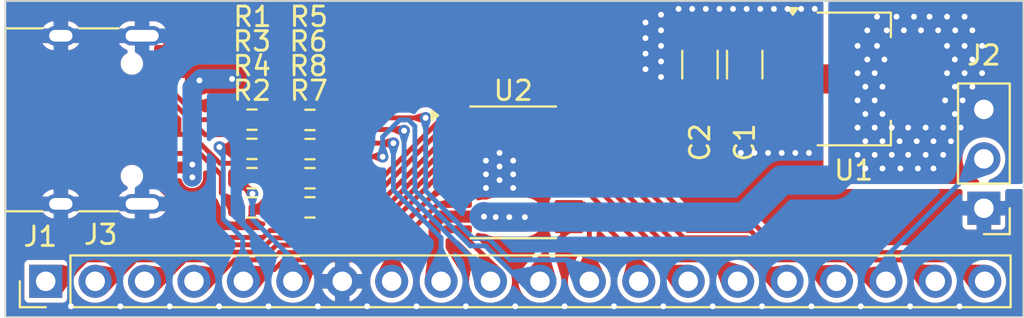
<source format=kicad_pcb>
(kicad_pcb (version 20240108) (generator "pcbnew") (generator_version "8.0")
  (layers (0 "F.Cu" signal) (31 "B.Cu" signal) (34 "B.Paste" user) (35 "F.Paste" user) (36 "B.SilkS" user "B.Silks") (37 "F.SilkS" user "F.Silks") (38 "B.Mask" user) (39 "F.Mask" user) (44 "Edge.Cuts" user))
  (net 0 "")
  (net 1 "GND")
  (net 2 "Net-(U1-VI)")
  (net 3 "VCC")
  (net 4 "Net-(J1-CC1)")
  (net 5 "Net-(J1-D+-PadA6)")
  (net 6 "Net-(J1-D--PadA7)")
  (net 8 "Net-(J1-CC2)")
  (net 10 "Net-(J2-Pin_2)")
  (net 11 "Net-(J3-Pin_1)")
  (net 12 "Net-(J3-Pin_2)")
  (net 13 "Net-(J3-Pin_3)")
  (net 14 "Net-(J3-Pin_5)")
  (net 15 "Net-(J3-Pin_8)")
  (net 16 "Net-(J3-Pin_10)")
  (net 17 "Net-(J3-Pin_11)")
  (net 18 "Net-(J3-Pin_12)")
  (net 19 "Net-(J3-Pin_13)")
  (net 20 "Net-(J3-Pin_14)")
  (net 21 "Net-(J3-Pin_16)")
  (net 22 "Net-(J3-Pin_17)")
  (net 23 "Net-(J3-Pin_19)")
  (net 24 "Net-(J3-Pin_20)")
  (net 25 "Net-(J3-Pin_15)")
  (net 26 "Net-(J3-Pin_6)")
  (net 27 "Net-(J3-Pin_4)")
  (footprint "Connector_PinHeader_2.54mm:PinHeader_1x03_P2.54mm_Vertical" (layer "F.Cu") (at 177.292 124.445 180)
    (property "Reference" "J2" (at 0 7.859 0) (layer "F.SilkS"))
    (property "Value" "Conn_01x03_Pin" (hide yes))
    (pad "1" thru_hole rect (at 0 0 180) (size 1.7 1.7) (drill 1) (layers "*.Cu" "*.Mask") (net 1 "GND"))
    (pad "2" thru_hole oval (at 0 2.54 180) (size 1.7 1.7) (drill 1) (layers "*.Cu" "*.Mask") (net 10 "Net-(J2-Pin_2)"))
    (pad "3" thru_hole oval (at 0 5.08 180) (size 1.7 1.7) (drill 1) (layers "*.Cu" "*.Mask") (net 3 "VCC"))
  )
  (footprint "Capacitor_SMD:C_1206_3216Metric_Pad1.33x1.80mm_HandSolder" (layer "F.Cu") (at 165 117.0625 90)
    (property "Reference" "C1" (at -4 0 90) (layer "F.SilkS"))
    (property "Value" "C")
    (pad "1" smd roundrect (at -1.5625 0 90) (size 1.325 1.8) (layers "F.Cu" "F.Paste" "F.Mask") (roundrect_rratio 0.188679) (net 2 "Net-(U1-VI)"))
    (pad "2" smd roundrect (at 1.5625 0 90) (size 1.325 1.8) (layers "F.Cu" "F.Paste" "F.Mask") (roundrect_rratio 0.188679) (net 1 "GND"))
  )
  (footprint "Connector_USB:USB_C_Receptacle_HRO_TYPE-C-31-M-12" (layer "F.Cu") (at 130.9 119.9 -90)
    (property "Reference" "J1" (at 6 2.1 0) (layer "F.SilkS"))
    (property "Value" "USB_C_Receptacle_USB2.0" (hide yes))
    (pad "" np_thru_hole circle (at -2.89 -2.6 270) (size 0.65 0.65) (drill 0.65) (layers "*.Cu" "*.Mask"))
    (pad "" np_thru_hole circle (at 2.89 -2.6 270) (size 0.65 0.65) (drill 0.65) (layers "*.Cu" "*.Mask"))
    (pad "A1" smd rect (at -3.25 -4.045 270) (size 0.6 1.45) (layers "F.Cu" "F.Paste" "F.Mask") (net 1 "GND"))
    (pad "A4" smd rect (at -2.45 -4.045 270) (size 0.6 1.45) (layers "F.Cu" "F.Paste" "F.Mask") (net 2 "Net-(U1-VI)"))
    (pad "A5" smd rect (at -1.25 -4.045 270) (size 0.3 1.45) (layers "F.Cu" "F.Paste" "F.Mask") (net 4 "Net-(J1-CC1)"))
    (pad "A6" smd rect (at -0.25 -4.045 270) (size 0.3 1.45) (layers "F.Cu" "F.Paste" "F.Mask") (net 5 "Net-(J1-D+-PadA6)"))
    (pad "A7" smd rect (at 0.25 -4.045 270) (size 0.3 1.45) (layers "F.Cu" "F.Paste" "F.Mask") (net 6 "Net-(J1-D--PadA7)"))
    (pad "A8" smd rect (at 1.25 -4.045 270) (size 0.3 1.45) (layers "F.Cu" "F.Paste" "F.Mask"))
    (pad "A9" smd rect (at 2.45 -4.045 270) (size 0.6 1.45) (layers "F.Cu" "F.Paste" "F.Mask") (net 2 "Net-(U1-VI)"))
    (pad "A12" smd rect (at 3.25 -4.045 270) (size 0.6 1.45) (layers "F.Cu" "F.Paste" "F.Mask") (net 1 "GND"))
    (pad "B1" smd rect (at 3.25 -4.045 270) (size 0.6 1.45) (layers "F.Cu" "F.Paste" "F.Mask") (net 1 "GND"))
    (pad "B4" smd rect (at 2.45 -4.045 270) (size 0.6 1.45) (layers "F.Cu" "F.Paste" "F.Mask") (net 2 "Net-(U1-VI)"))
    (pad "B5" smd rect (at 1.75 -4.045 270) (size 0.3 1.45) (layers "F.Cu" "F.Paste" "F.Mask") (net 8 "Net-(J1-CC2)"))
    (pad "B6" smd rect (at 0.75 -4.045 270) (size 0.3 1.45) (layers "F.Cu" "F.Paste" "F.Mask") (net 5 "Net-(J1-D+-PadA6)"))
    (pad "B7" smd rect (at -0.75 -4.045 270) (size 0.3 1.45) (layers "F.Cu" "F.Paste" "F.Mask") (net 6 "Net-(J1-D--PadA7)"))
    (pad "B8" smd rect (at -1.75 -4.045 270) (size 0.3 1.45) (layers "F.Cu" "F.Paste" "F.Mask"))
    (pad "B9" smd rect (at -2.45 -4.045 270) (size 0.6 1.45) (layers "F.Cu" "F.Paste" "F.Mask") (net 2 "Net-(U1-VI)"))
    (pad "B12" smd rect (at -3.25 -4.045 270) (size 0.6 1.45) (layers "F.Cu" "F.Paste" "F.Mask") (net 1 "GND"))
    (pad "S1" thru_hole oval (at -4.32 -3.13 270) (size 1 2.1) (drill oval 0.6 1.7) (layers "*.Cu" "*.Mask") (net 1 "GND"))
    (pad "S1" thru_hole oval (at -4.32 1.05 270) (size 1 1.6) (drill oval 0.6 1.2) (layers "*.Cu" "*.Mask") (net 1 "GND"))
    (pad "S1" thru_hole oval (at 4.32 -3.13 270) (size 1 2.1) (drill oval 0.6 1.7) (layers "*.Cu" "*.Mask") (net 1 "GND"))
    (pad "S1" thru_hole oval (at 4.32 1.05 270) (size 1 1.6) (drill oval 0.6 1.2) (layers "*.Cu" "*.Mask") (net 1 "GND"))
  )
  (footprint "Capacitor_SMD:C_1206_3216Metric_Pad1.33x1.80mm_HandSolder" (layer "F.Cu") (at 162.7 117.0625 90)
    (property "Reference" "C2" (at -4 0 90) (layer "F.SilkS"))
    (property "Value" "C")
    (pad "1" smd roundrect (at -1.5625 0 90) (size 1.325 1.8) (layers "F.Cu" "F.Paste" "F.Mask") (roundrect_rratio 0.188679) (net 3 "VCC"))
    (pad "2" smd roundrect (at 1.5625 0 90) (size 1.325 1.8) (layers "F.Cu" "F.Paste" "F.Mask") (roundrect_rratio 0.188679) (net 1 "GND"))
  )
  (footprint "Resistor_SMD:R_0603_1608Metric" (layer "F.Cu") (at 142.656067 119.905903)
    (property "Reference" "R5" (at -0.056067 -5.305903 0) (layer "F.SilkS"))
    (property "Value" "R_US" (hide yes))
    (pad "1" smd roundrect (at -0.825 0) (size 0.8 0.95) (layers "F.Cu" "F.Paste" "F.Mask") (net 6 "Net-(J1-D--PadA7)"))
    (pad "2" smd roundrect (at 0.825 0) (size 0.8 0.95) (layers "F.Cu" "F.Paste" "F.Mask") (net 18 "Net-(J3-Pin_12)"))
  )
  (footprint "Resistor_SMD:R_0603_1608Metric" (layer "F.Cu") (at 139.675 121.394376 180)
    (property "Reference" "R3" (at 0 5.527711 0) (layer "F.SilkS"))
    (property "Value" "R_US" (hide yes))
    (pad "1" smd roundrect (at -0.825 0 180) (size 0.8 0.95) (layers "F.Cu" "F.Paste" "F.Mask") (net 6 "Net-(J1-D--PadA7)"))
    (pad "2" smd roundrect (at 0.825 0 180) (size 0.8 0.95) (layers "F.Cu" "F.Paste" "F.Mask") (net 14 "Net-(J3-Pin_5)"))
  )
  (footprint "Resistor_SMD:R_0603_1608Metric" (layer "F.Cu") (at 142.656067 121.403935)
    (property "Reference" "R6" (at -0.075 -5.537269 0) (layer "F.SilkS"))
    (property "Value" "R_US" (hide yes))
    (pad "1" smd roundrect (at -0.825 0) (size 0.8 0.95) (layers "F.Cu" "F.Paste" "F.Mask") (net 6 "Net-(J1-D--PadA7)"))
    (pad "2" smd roundrect (at 0.825 0) (size 0.8 0.95) (layers "F.Cu" "F.Paste" "F.Mask") (net 16 "Net-(J3-Pin_10)"))
  )
  (footprint "Package_SO:TSSOP-20_4.4x6.5mm_P0.65mm" (layer "F.Cu") (at 153.1 122.6)
    (property "Reference" "U2" (at 0 -4.2 0) (layer "F.SilkS"))
    (property "Value" "CH32V003F4P6" (hide yes))
    (pad "1" smd roundrect (at -2.8625 -2.925) (size 1.475 0.4) (layers "F.Cu" "F.Paste" "F.Mask") (net 11 "Net-(J3-Pin_1)"))
    (pad "2" smd roundrect (at -2.8625 -2.275) (size 1.475 0.4) (layers "F.Cu" "F.Paste" "F.Mask") (net 12 "Net-(J3-Pin_2)"))
    (pad "3" smd roundrect (at -2.8625 -1.625) (size 1.475 0.4) (layers "F.Cu" "F.Paste" "F.Mask") (net 13 "Net-(J3-Pin_3)"))
    (pad "4" smd roundrect (at -2.8625 -0.975) (size 1.475 0.4) (layers "F.Cu" "F.Paste" "F.Mask") (net 27 "Net-(J3-Pin_4)"))
    (pad "5" smd roundrect (at -2.8625 -0.325) (size 1.475 0.4) (layers "F.Cu" "F.Paste" "F.Mask") (net 14 "Net-(J3-Pin_5)"))
    (pad "6" smd roundrect (at -2.8625 0.325) (size 1.475 0.4) (layers "F.Cu" "F.Paste" "F.Mask") (net 26 "Net-(J3-Pin_6)"))
    (pad "7" smd roundrect (at -2.8625 0.975) (size 1.475 0.4) (layers "F.Cu" "F.Paste" "F.Mask") (net 1 "GND"))
    (pad "8" smd roundrect (at -2.8625 1.625) (size 1.475 0.4) (layers "F.Cu" "F.Paste" "F.Mask") (net 15 "Net-(J3-Pin_8)"))
    (pad "9" smd roundrect (at -2.8625 2.275) (size 1.475 0.4) (layers "F.Cu" "F.Paste" "F.Mask") (net 3 "VCC"))
    (pad "10" smd roundrect (at -2.8625 2.925) (size 1.475 0.4) (layers "F.Cu" "F.Paste" "F.Mask") (net 16 "Net-(J3-Pin_10)"))
    (pad "11" smd roundrect (at 2.8625 2.925) (size 1.475 0.4) (layers "F.Cu" "F.Paste" "F.Mask") (net 17 "Net-(J3-Pin_11)"))
    (pad "12" smd roundrect (at 2.8625 2.275) (size 1.475 0.4) (layers "F.Cu" "F.Paste" "F.Mask") (net 18 "Net-(J3-Pin_12)"))
    (pad "13" smd roundrect (at 2.8625 1.625) (size 1.475 0.4) (layers "F.Cu" "F.Paste" "F.Mask") (net 19 "Net-(J3-Pin_13)"))
    (pad "14" smd roundrect (at 2.8625 0.975) (size 1.475 0.4) (layers "F.Cu" "F.Paste" "F.Mask") (net 20 "Net-(J3-Pin_14)"))
    (pad "15" smd roundrect (at 2.8625 0.325) (size 1.475 0.4) (layers "F.Cu" "F.Paste" "F.Mask") (net 25 "Net-(J3-Pin_15)"))
    (pad "16" smd roundrect (at 2.8625 -0.325) (size 1.475 0.4) (layers "F.Cu" "F.Paste" "F.Mask") (net 21 "Net-(J3-Pin_16)"))
    (pad "17" smd roundrect (at 2.8625 -0.975) (size 1.475 0.4) (layers "F.Cu" "F.Paste" "F.Mask") (net 22 "Net-(J3-Pin_17)"))
    (pad "18" smd roundrect (at 2.8625 -1.625) (size 1.475 0.4) (layers "F.Cu" "F.Paste" "F.Mask") (net 10 "Net-(J2-Pin_2)"))
    (pad "19" smd roundrect (at 2.8625 -2.275) (size 1.475 0.4) (layers "F.Cu" "F.Paste" "F.Mask") (net 23 "Net-(J3-Pin_19)"))
    (pad "20" smd roundrect (at 2.8625 -2.925) (size 1.475 0.4) (layers "F.Cu" "F.Paste" "F.Mask") (net 24 "Net-(J3-Pin_20)"))
  )
  (footprint "Resistor_SMD:R_0603_1608Metric" (layer "F.Cu") (at 139.675 122.897187 180)
    (property "Reference" "R4" (at 0 5.763857 0) (layer "F.SilkS"))
    (property "Value" "R_US" (hide yes))
    (pad "1" smd roundrect (at -0.825 0 180) (size 0.8 0.95) (layers "F.Cu" "F.Paste" "F.Mask") (net 5 "Net-(J1-D+-PadA6)"))
    (pad "2" smd roundrect (at 0.825 0 180) (size 0.8 0.95) (layers "F.Cu" "F.Paste" "F.Mask") (net 26 "Net-(J3-Pin_6)"))
  )
  (footprint "Package_TO_SOT_SMD:SOT-223-3_TabPin2" (layer "F.Cu") (at 170.6 117.8)
    (property "Reference" "U1" (at 0 4.7 0) (layer "F.SilkS"))
    (property "Value" "AMS1117-3.3" (hide yes))
    (pad "1" smd roundrect (at -3.15 -2.3) (size 2 1.5) (layers "F.Cu" "F.Paste" "F.Mask") (net 1 "GND"))
    (pad "2" smd roundrect (at -3.15 0) (size 2 1.5) (layers "F.Cu" "F.Paste" "F.Mask") (net 3 "VCC"))
    (pad "2" smd roundrect (at 3.15 0) (size 2 3.8) (layers "F.Cu" "F.Paste" "F.Mask") (net 3 "VCC"))
    (pad "3" smd roundrect (at -3.15 2.3) (size 2 1.5) (layers "F.Cu" "F.Paste" "F.Mask") (net 2 "Net-(U1-VI)"))
  )
  (footprint "Resistor_SMD:R_0603_1608Metric" (layer "F.Cu") (at 142.656067 124.399999)
    (property "Reference" "R7" (at -0.056067 -6.000001 0) (layer "F.SilkS"))
    (property "Value" "R_US" (hide yes))
    (pad "1" smd roundrect (at -0.825 0) (size 0.8 0.95) (layers "F.Cu" "F.Paste" "F.Mask") (net 5 "Net-(J1-D+-PadA6)"))
    (pad "2" smd roundrect (at 0.825 0) (size 0.8 0.95) (layers "F.Cu" "F.Paste" "F.Mask") (net 17 "Net-(J3-Pin_11)"))
  )
  (footprint "Resistor_SMD:R_0603_1608Metric" (layer "F.Cu") (at 142.656067 122.901967)
    (property "Reference" "R8" (at -0.078546 -5.768635 0) (layer "F.SilkS"))
    (property "Value" "R_US" (hide yes))
    (pad "1" smd roundrect (at -0.825 0) (size 0.8 0.95) (layers "F.Cu" "F.Paste" "F.Mask") (net 6 "Net-(J1-D--PadA7)"))
    (pad "2" smd roundrect (at 0.825 0) (size 0.8 0.95) (layers "F.Cu" "F.Paste" "F.Mask") (net 3 "VCC"))
  )
  (footprint "Connector_PinHeader_2.54mm:PinHeader_1x20_P2.54mm_Vertical" (layer "F.Cu") (at 129.075 128.2 90)
    (property "Reference" "J3" (at 2.4 2.825 180) (layer "F.SilkS"))
    (property "Value" "Conn_01x20_Pin" (hide yes))
    (pad "1" thru_hole rect (at 0 0 90) (size 1.7 1.7) (drill 1) (layers "*.Cu" "*.Mask") (net 11 "Net-(J3-Pin_1)"))
    (pad "2" thru_hole oval (at 0 2.54 90) (size 1.7 1.7) (drill 1) (layers "*.Cu" "*.Mask") (net 12 "Net-(J3-Pin_2)"))
    (pad "3" thru_hole oval (at 0 5.08 90) (size 1.7 1.7) (drill 1) (layers "*.Cu" "*.Mask") (net 13 "Net-(J3-Pin_3)"))
    (pad "4" thru_hole oval (at 0 7.62 90) (size 1.7 1.7) (drill 1) (layers "*.Cu" "*.Mask") (net 27 "Net-(J3-Pin_4)"))
    (pad "5" thru_hole oval (at 0 10.16 90) (size 1.7 1.7) (drill 1) (layers "*.Cu" "*.Mask") (net 14 "Net-(J3-Pin_5)"))
    (pad "6" thru_hole oval (at 0 12.7 90) (size 1.7 1.7) (drill 1) (layers "*.Cu" "*.Mask") (net 26 "Net-(J3-Pin_6)"))
    (pad "7" thru_hole oval (at 0 15.24 90) (size 1.7 1.7) (drill 1) (layers "*.Cu" "*.Mask") (net 1 "GND"))
    (pad "8" thru_hole oval (at 0 17.78 90) (size 1.7 1.7) (drill 1) (layers "*.Cu" "*.Mask") (net 15 "Net-(J3-Pin_8)"))
    (pad "9" thru_hole oval (at 0 20.32 90) (size 1.7 1.7) (drill 1) (layers "*.Cu" "*.Mask") (net 3 "VCC"))
    (pad "10" thru_hole oval (at 0 22.86 90) (size 1.7 1.7) (drill 1) (layers "*.Cu" "*.Mask") (net 16 "Net-(J3-Pin_10)"))
    (pad "11" thru_hole oval (at 0 25.4 90) (size 1.7 1.7) (drill 1) (layers "*.Cu" "*.Mask") (net 17 "Net-(J3-Pin_11)"))
    (pad "12" thru_hole oval (at 0 27.94 90) (size 1.7 1.7) (drill 1) (layers "*.Cu" "*.Mask") (net 18 "Net-(J3-Pin_12)"))
    (pad "13" thru_hole oval (at 0 30.48 90) (size 1.7 1.7) (drill 1) (layers "*.Cu" "*.Mask") (net 19 "Net-(J3-Pin_13)"))
    (pad "14" thru_hole oval (at 0 33.02 90) (size 1.7 1.7) (drill 1) (layers "*.Cu" "*.Mask") (net 20 "Net-(J3-Pin_14)"))
    (pad "15" thru_hole oval (at 0 35.56 90) (size 1.7 1.7) (drill 1) (layers "*.Cu" "*.Mask") (net 25 "Net-(J3-Pin_15)"))
    (pad "16" thru_hole oval (at 0 38.1 90) (size 1.7 1.7) (drill 1) (layers "*.Cu" "*.Mask") (net 21 "Net-(J3-Pin_16)"))
    (pad "17" thru_hole oval (at 0 40.64 90) (size 1.7 1.7) (drill 1) (layers "*.Cu" "*.Mask") (net 22 "Net-(J3-Pin_17)"))
    (pad "18" thru_hole oval (at 0 43.18 90) (size 1.7 1.7) (drill 1) (layers "*.Cu" "*.Mask") (net 10 "Net-(J2-Pin_2)"))
    (pad "19" thru_hole oval (at 0 45.72 90) (size 1.7 1.7) (drill 1) (layers "*.Cu" "*.Mask") (net 23 "Net-(J3-Pin_19)"))
    (pad "20" thru_hole oval (at 0 48.26 90) (size 1.7 1.7) (drill 1) (layers "*.Cu" "*.Mask") (net 24 "Net-(J3-Pin_20)"))
  )
  (footprint "Resistor_SMD:R_0603_1608Metric" (layer "F.Cu") (at 139.675 124.399998)
    (property "Reference" "R2" (at 0 -6.000003 0) (layer "F.SilkS"))
    (property "Value" "R_US" (hide yes))
    (pad "1" smd roundrect (at -0.825 0) (size 0.8 0.95) (layers "F.Cu" "F.Paste" "F.Mask") (net 8 "Net-(J1-CC2)"))
    (pad "2" smd roundrect (at 0.825 0) (size 0.8 0.95) (layers "F.Cu" "F.Paste" "F.Mask") (net 1 "GND"))
  )
  (footprint "Resistor_SMD:R_0603_1608Metric" (layer "F.Cu") (at 139.675 119.891565)
    (property "Reference" "R1" (at 0.025 -5.291565 0) (layer "F.SilkS"))
    (property "Value" "R_US" (hide yes))
    (pad "1" smd roundrect (at -0.825 0) (size 0.8 0.95) (layers "F.Cu" "F.Paste" "F.Mask") (net 4 "Net-(J1-CC1)"))
    (pad "2" smd roundrect (at 0.825 0) (size 0.8 0.95) (layers "F.Cu" "F.Paste" "F.Mask") (net 1 "GND"))
  )
  (gr_rect (start 127 113.792) (end 179.324 130.048) (stroke (width 0.1)) (fill none) (layer "Edge.Cuts"))
  (segment (start 151.525 123.575) (end 151.7 123.4) (width 0.625) (layer "F.Cu") (net 1))
  (segment (start 135.495 123.7) (end 135.8 123.7) (width 0.6) (layer "F.Cu") (net 1))
  (segment (start 134.945 123.15) (end 135.495 123.7) (width 0.6) (layer "F.Cu") (net 1))
  (segment (start 134.945 116.65) (end 135.55 116.65) (width 0.6) (layer "F.Cu") (net 1))
  (segment (start 135.4 116.195) (end 135.4 116.1) (width 0.6) (layer "F.Cu") (net 1))
  (segment (start 150.2375 123.575) (end 151.525 123.575) (width 0.625) (layer "F.Cu") (net 1))
  (segment (start 135.55 116.65) (end 136.2 116) (width 0.6) (layer "F.Cu") (net 1))
  (segment (start 134.945 116.65) (end 135.4 116.195) (width 0.6) (layer "F.Cu") (net 1))
  (via (at 143.057792 129.484503) (size 0.6) (drill 0.3) (layers "F.Cu" "B.Cu") (net 1))
  (via (at 140.520835 129.484503) (size 0.6) (drill 0.3) (layers "F.Cu" "B.Cu") (net 1))
  (via (at 166.9 121.6) (size 0.6) (drill 0.3) (layers "F.Cu" "B.Cu") (net 1))
  (via (at 132.909964 129.484503) (size 0.6) (drill 0.3) (layers "F.Cu" "B.Cu") (net 1))
  (via (at 145.594749 129.484503) (size 0.6) (drill 0.3) (layers "F.Cu" "B.Cu") (net 1))
  (via (at 165.5 121.6) (size 0.6) (drill 0.3) (layers "F.Cu" "B.Cu") (net 1))
  (via (at 151.7 122.7) (size 0.6) (drill 0.3) (layers "F.Cu" "B.Cu") (net 1))
  (via (at 173.501276 129.484503) (size 0.6) (drill 0.3) (layers "F.Cu" "B.Cu") (net 1))
  (via (at 167.9 114.2) (size 0.6) (drill 0.3) (layers "F.Cu" "B.Cu") (net 1))
  (via (at 152.4 123) (size 0.6) (drill 0.3) (layers "F.Cu" "B.Cu") (net 1))
  (via (at 160.7 116.1) (size 0.6) (drill 0.3) (layers "F.Cu" "B.Cu") (net 1))
  (via (at 155.742577 129.484503) (size 0.6) (drill 0.3) (layers "F.Cu" "B.Cu") (net 1))
  (via (at 159.9 116.5) (size 0.6) (drill 0.3) (layers "F.Cu" "B.Cu") (net 1))
  (via (at 153.1 123.4) (size 0.6) (drill 0.3) (layers "F.Cu" "B.Cu") (net 1))
  (via (at 176.038233 129.484503) (size 0.6) (drill 0.3) (layers "F.Cu" "B.Cu") (net 1))
  (via (at 150.668663 129.484503) (size 0.6) (drill 0.3) (layers "F.Cu" "B.Cu") (net 1))
  (via (at 159.9 115.7) (size 0.6) (drill 0.3) (layers "F.Cu" "B.Cu") (net 1))
  (via (at 153.1 122.7) (size 0.6) (drill 0.3) (layers "F.Cu" "B.Cu") (net 1))
  (via (at 166.5 114.2) (size 0.6) (drill 0.3) (layers "F.Cu" "B.Cu") (net 1))
  (via (at 160.816491 129.484503) (size 0.6) (drill 0.3) (layers "F.Cu" "B.Cu") (net 1))
  (via (at 164.4 114.2) (size 0.6) (drill 0.3) (layers "F.Cu" "B.Cu") (net 1))
  (via (at 163.353448 129.484503) (size 0.6) (drill 0.3) (layers "F.Cu" "B.Cu") (net 1))
  (via (at 163.7 114.2) (size 0.6) (drill 0.3) (layers "F.Cu" "B.Cu") (net 1))
  (via (at 137.983878 129.484503) (size 0.6) (drill 0.3) (layers "F.Cu" "B.Cu") (net 1))
  (via (at 168.3 121.6) (size 0.6) (drill 0.3) (layers "F.Cu" "B.Cu") (net 1))
  (via (at 160.7 116.9) (size 0.6) (drill 0.3) (layers "F.Cu" "B.Cu") (net 1))
  (via (at 153.20562 129.484503) (size 0.6) (drill 0.3) (layers "F.Cu" "B.Cu") (net 1))
  (via (at 148.131706 129.484503) (size 0.6) (drill 0.3) (layers "F.Cu" "B.Cu") (net 1))
  (via (at 151.7 122) (size 0.6) (drill 0.3) (layers "F.Cu" "B.Cu") (net 1))
  (via (at 130.373007 129.484503) (size 0.6) (drill 0.3) (layers "F.Cu" "B.Cu") (net 1))
  (via (at 168.6 114.2) (size 0.6) (drill 0.3) (layers "F.Cu" "B.Cu") (net 1))
  (via (at 164.8 121.6) (size 0.6) (drill 0.3) (layers "F.Cu" "B.Cu") (net 1))
  (via (at 160.7 115.3) (size 0.6) (drill 0.3) (layers "F.Cu" "B.Cu") (net 1))
  (via (at 166.2 121.6) (size 0.6) (drill 0.3) (layers "F.Cu" "B.Cu") (net 1))
  (via (at 163 114.2) (size 0.6) (drill 0.3) (layers "F.Cu" "B.Cu") (net 1))
  (via (at 162.3 114.2) (size 0.6) (drill 0.3) (layers "F.Cu" "B.Cu") (net 1))
  (via (at 152.4 122.3) (size 0.6) (drill 0.3) (layers "F.Cu" "B.Cu") (net 1))
  (via (at 165.1 114.2) (size 0.6) (drill 0.3) (layers "F.Cu" "B.Cu") (net 1))
  (via (at 160.7 114.5) (size 0.6) (drill 0.3) (layers "F.Cu" "B.Cu") (net 1))
  (via (at 159.9 114.9) (size 0.6) (drill 0.3) (layers "F.Cu" "B.Cu") (net 1))
  (via (at 159.9 117.3) (size 0.6) (drill 0.3) (layers "F.Cu" "B.Cu") (net 1))
  (via (at 152.4 121.6) (size 0.6) (drill 0.3) (layers "F.Cu" "B.Cu") (net 1))
  (via (at 168.427362 129.484503) (size 0.6) (drill 0.3) (layers "F.Cu" "B.Cu") (net 1))
  (via (at 165.890405 129.484503) (size 0.6) (drill 0.3) (layers "F.Cu" "B.Cu") (net 1))
  (via (at 153.1 122) (size 0.6) (drill 0.3) (layers "F.Cu" "B.Cu") (net 1))
  (via (at 151.7 123.4) (size 0.6) (drill 0.3) (layers "F.Cu" "B.Cu") (net 1))
  (via (at 161.6 114.2) (size 0.6) (drill 0.3) (layers "F.Cu" "B.Cu") (net 1))
  (via (at 167.2 114.2) (size 0.6) (drill 0.3) (layers "F.Cu" "B.Cu") (net 1))
  (via (at 170.964319 129.484503) (size 0.6) (drill 0.3) (layers "F.Cu" "B.Cu") (net 1))
  (via (at 160.7 117.7) (size 0.6) (drill 0.3) (layers "F.Cu" "B.Cu") (net 1))
  (via (at 165.8 114.2) (size 0.6) (drill 0.3) (layers "F.Cu" "B.Cu") (net 1))
  (via (at 158.279534 129.484503) (size 0.6) (drill 0.3) (layers "F.Cu" "B.Cu") (net 1))
  (via (at 135.446921 129.484503) (size 0.6) (drill 0.3) (layers "F.Cu" "B.Cu") (net 1))
  (via (at 167.6 121.6) (size 0.6) (drill 0.3) (layers "F.Cu" "B.Cu") (net 1))
  (segment (start 138.65 117.8) (end 138.575 117.875) (width 0.6) (layer "F.Cu") (net 2))
  (segment (start 136.975 117.875) (end 136.55 117.45) (width 0.6) (layer "F.Cu") (net 2))
  (segment (start 136.610283 122.212283) (end 136.6 122.202) (width 0.6) (layer "F.Cu") (net 2))
  (segment (start 166.475 120.1) (end 167.45 120.1) (width 1.3) (layer "F.Cu") (net 2))
  (segment (start 136.610283 122.852988) (end 136.610283 122.212283) (width 0.6) (layer "F.Cu") (net 2))
  (segment (start 165 118.625) (end 166.475 120.1) (width 1.3) (layer "F.Cu") (net 2))
  (segment (start 138.65 117.8) (end 156.6 117.8) (width 1.5) (layer "F.Cu") (net 2))
  (segment (start 156.6 117.8) (end 159.052 120.252) (width 1.5) (layer "F.Cu") (net 2))
  (segment (start 138.575 117.875) (end 136.975 117.875) (width 0.6) (layer "F.Cu") (net 2))
  (segment (start 164.248 120.252) (end 165 119.5) (width 1.5) (layer "F.Cu") (net 2))
  (segment (start 136.598 122.202) (end 136.45 122.35) (width 0.6) (layer "F.Cu") (net 2))
  (segment (start 159.052 120.252) (end 164.248 120.252) (width 1.5) (layer "F.Cu") (net 2))
  (segment (start 137.05 117.8) (end 136.975 117.875) (width 1.5) (layer "F.Cu") (net 2))
  (segment (start 136.6 122.202) (end 136.598 122.202) (width 0.6) (layer "F.Cu") (net 2))
  (segment (start 136.45 122.35) (end 134.945 122.35) (width 0.6) (layer "F.Cu") (net 2))
  (segment (start 138.65 117.8) (end 137.05 117.8) (width 1.5) (layer "F.Cu") (net 2))
  (segment (start 165 119.5) (end 165 118.625) (width 1) (layer "F.Cu") (net 2))
  (segment (start 136.55 117.45) (end 134.945 117.45) (width 0.6) (layer "F.Cu") (net 2))
  (via (at 138.65 117.8) (size 0.6) (drill 0.3) (layers "F.Cu" "B.Cu") (net 2))
  (via (at 136.610283 122.852988) (size 0.6) (drill 0.3) (layers "F.Cu" "B.Cu") (net 2))
  (via (at 136.610283 122.2) (size 0.6) (drill 0.3) (layers "F.Cu" "B.Cu") (net 2))
  (via (at 136.975 117.875) (size 0.6) (drill 0.3) (layers "F.Cu" "B.Cu") (net 2))
  (segment (start 136.975 117.875) (end 136.6 118.25) (width 1) (layer "B.Cu") (net 2))
  (segment (start 136.610283 122.852988) (end 136.6 122.842705) (width 0.6) (layer "B.Cu") (net 2))
  (segment (start 136.975 117.875) (end 137.05 117.8) (width 1) (layer "B.Cu") (net 2))
  (segment (start 137.05 117.8) (end 138.65 117.8) (width 1) (layer "B.Cu") (net 2))
  (segment (start 136.6 118.25) (end 136.6 122.842705) (width 1) (layer "B.Cu") (net 2))
  (segment (start 167.45 117.8) (end 166.838246 117.8) (width 1.5) (layer "F.Cu") (net 3))
  (segment (start 166.838246 117.8) (end 166.077746 117.0395) (width 1.5) (layer "F.Cu") (net 3))
  (segment (start 150.2375 124.875) (end 151.6 124.875) (width 0.625) (layer "F.Cu") (net 3))
  (segment (start 163.623 117.0395) (end 162.7 117.9625) (width 1.5) (layer "F.Cu") (net 3))
  (segment (start 149.0605 127.8655) (end 149.395 128.2) (width 0.625) (layer "F.Cu") (net 3))
  (segment (start 143.503546 122.696454) (end 143.503546 122.853929) (width 0.25) (layer "F.Cu") (net 3))
  (segment (start 152.875 124.875) (end 152.9 124.9) (width 0.625) (layer "F.Cu") (net 3))
  (segment (start 152.9 124.9) (end 153.7 124.9) (width 0.625) (layer "F.Cu") (net 3))
  (segment (start 146.944 121.1) (end 145.1 121.1) (width 0.25) (layer "F.Cu") (net 3))
  (segment (start 150.2375 124.875) (end 149.384262 124.875) (width 0.625) (layer "F.Cu") (net 3))
  (segment (start 167.45 117.8) (end 173.75 117.8) (width 1.5) (layer "F.Cu") (net 3))
  (segment (start 152.2 124.9) (end 153.7 124.9) (width 1.5) (layer "F.Cu") (net 3))
  (segment (start 145.1 121.1) (end 143.503546 122.696454) (width 0.25) (layer "F.Cu") (net 3))
  (segment (start 149.384262 124.875) (end 149.0605 125.198762) (width 0.625) (layer "F.Cu") (net 3))
  (segment (start 152.175 124.875) (end 152.2 124.9) (width 0.625) (layer "F.Cu") (net 3))
  (segment (start 151.6 124.875) (end 152.875 124.875) (width 0.625) (layer "F.Cu") (net 3))
  (segment (start 149.0605 125.198762) (end 149.0605 127.8655) (width 0.625) (layer "F.Cu") (net 3))
  (segment (start 162.7 117.9625) (end 162.7 118.625) (width 1.35) (layer "F.Cu") (net 3))
  (segment (start 151.6 124.875) (end 152.175 124.875) (width 1.25) (layer "F.Cu") (net 3))
  (segment (start 166.077746 117.0395) (end 163.623 117.0395) (width 1.5) (layer "F.Cu") (net 3))
  (via (at 171.2 122.4) (size 0.6) (drill 0.3) (layers "F.Cu" "B.Cu") (net 3))
  (via (at 170.8 117.5) (size 0.6) (drill 0.3) (layers "F.Cu" "B.Cu") (net 3))
  (via (at 171.8 116.1) (size 0.6) (drill 0.3) (layers "F.Cu" "B.Cu") (net 3))
  (via (at 174.7 122.4) (size 0.6) (drill 0.3) (layers "F.Cu" "B.Cu") (net 3))
  (via (at 175.8 119.6) (size 0.6) (drill 0.3) (layers "F.Cu" "B.Cu") (net 3))
  (via (at 175.8 118.2) (size 0.6) (drill 0.3) (layers "F.Cu" "B.Cu") (net 3))
  (via (at 173.4 121.7) (size 0.6) (drill 0.3) (layers "F.Cu" "B.Cu") (net 3))
  (via (at 171.2 121) (size 0.6) (drill 0.3) (layers "F.Cu" "B.Cu") (net 3))
  (via (at 176.7 116.8) (size 0.6) (drill 0.3) (layers "F.Cu" "B.Cu") (net 3))
  (via (at 174.94 115.3) (size 0.6) (drill 0.3) (layers "F.Cu" "B.Cu") (net 3))
  (via (at 173.18 115.3) (size 0.6) (drill 0.3) (layers "F.Cu" "B.Cu") (net 3))
  (via (at 173.4 120.3) (size 0.6) (drill 0.3) (layers "F.Cu" "B.Cu") (net 3))
  (via (at 172.08 121) (size 0.6) (drill 0.3) (layers "F.Cu" "B.Cu") (net 3))
  (via (at 172.3 115.3) (size 0.6) (drill 0.3) (layers "F.Cu" "B.Cu") (net 3))
  (via (at 174.5 114.6) (size 0.6) (drill 0.3) (layers "F.Cu" "B.Cu") (net 3))
  (via (at 171.68 117.5) (size 0.6) (drill 0.3) (layers "F.Cu" "B.Cu") (net 3))
  (via (at 173.84 121) (size 0.6) (drill 0.3) (layers "F.Cu" "B.Cu") (net 3))
  (via (at 171.68 120.3) (size 0.6) (drill 0.3) (layers "F.Cu" "B.Cu") (net 3))
  (via (at 176.3 117.5) (size 0.6) (drill 0.3) (layers "F.Cu" "B.Cu") (net 3))
  (via (at 173.9 122.4) (size 0.6) (drill 0.3) (layers "F.Cu" "B.Cu") (net 3))
  (via (at 152.9 124.9) (size 0.6) (drill 0.3) (layers "F.Cu" "B.Cu") (net 3))
  (via (at 172.08 118.2) (size 0.6) (drill 0.3) (layers "F.Cu" "B.Cu") (net 3))
  (via (at 173.7 114.6) (size 0.6) (drill 0.3) (layers "F.Cu" "B.Cu") (net 3))
  (via (at 146.944 121.1) (size 0.6) (drill 0.3) (layers "F.Cu" "B.Cu") (net 3))
  (via (at 172.08 119.6) (size 0.6) (drill 0.3) (layers "F.Cu" "B.Cu") (net 3))
  (via (at 171.2 118.2) (size 0.6) (drill 0.3) (layers "F.Cu" "B.Cu") (net 3))
  (via (at 176.3 114.6) (size 0.6) (drill 0.3) (layers "F.Cu" "B.Cu") (net 3))
  (via (at 170.8 116.1) (size 0.6) (drill 0.3) (layers "F.Cu" "B.Cu") (net 3))
  (via (at 172.18 116.8) (size 0.6) (drill 0.3) (layers "F.Cu" "B.Cu") (net 3))
  (via (at 176.7 118.2) (size 0.6) (drill 0.3) (layers "F.Cu" "B.Cu") (net 3))
  (via (at 171.68 118.9) (size 0.6) (drill 0.3) (layers "F.Cu" "B.Cu") (net 3))
  (via (at 170.8 118.9) (size 0.6) (drill 0.3) (layers "F.Cu" "B.Cu") (net 3))
  (via (at 174.3 121.7) (size 0.6) (drill 0.3) (layers "F.Cu" "B.Cu") (net 3))
  (via (at 175.8 116.8) (size 0.6) (drill 0.3) (layers "F.Cu" "B.Cu") (net 3))
  (via (at 177.2 116.1) (size 0.6) (drill 0.3) (layers "F.Cu" "B.Cu") (net 3))
  (via (at 172.8 114.6) (size 0.6) (drill 0.3) (layers "F.Cu" "B.Cu") (net 3))
  (via (at 173 122.4) (size 0.6) (drill 0.3) (layers "F.Cu" "B.Cu") (net 3))
  (via (at 177.2 117.5) (size 0.6) (drill 0.3) (layers "F.Cu" "B.Cu") (net 3))
  (via (at 172.08 122.4) (size 0.6) (drill 0.3) (layers "F.Cu" "B.Cu") (net 3))
  (via (at 176.3 116.1) (size 0.6) (drill 0.3) (layers "F.Cu" "B.Cu") (net 3))
  (via (at 175.4 114.6) (size 0.6) (drill 0.3) (layers "F.Cu" "B.Cu") (net 3))
  (via (at 175.4 116.1) (size 0.6) (drill 0.3) (layers "F.Cu" "B.Cu") (net 3))
  (via (at 175.2 121.7) (size 0.6) (drill 0.3) (layers "F.Cu" "B.Cu") (net 3))
  (via (at 172.96 121) (size 0.6) (drill 0.3) (layers "F.Cu" "B.Cu") (net 3))
  (via (at 172.56 120.3) (size 0.6) (drill 0.3) (layers "F.Cu" "B.Cu") (net 3))
  (via (at 171.68 121.7) (size 0.6) (drill 0.3) (layers "F.Cu" "B.Cu") (net 3))
  (via (at 152.2 124.9) (size 0.6) (drill 0.3) (layers "F.Cu" "B.Cu") (net 3))
  (via (at 174.06 115.3) (size 0.6) (drill 0.3) (layers "F.Cu" "B.Cu") (net 3))
  (via (at 171.3 116.8) (size 0.6) (drill 0.3) (layers "F.Cu" "B.Cu") (net 3))
  (via (at 170.8 120.3) (size 0.6) (drill 0.3) (layers "F.Cu" "B.Cu") (net 3))
  (via (at 175.82 115.3) (size 0.6) (drill 0.3) (layers "F.Cu" "B.Cu") (net 3))
  (via (at 171.3 115.3) (size 0.6) (drill 0.3) (layers "F.Cu" "B.Cu") (net 3))
  (via (at 151.6 124.875) (size 0.6) (drill 0.3) (layers "F.Cu" "B.Cu") (net 3))
  (via (at 171.2 119.6) (size 0.6) (drill 0.3) (layers "F.Cu" "B.Cu") (net 3))
  (via (at 175.4 117.5) (size 0.6) (drill 0.3) (layers "F.Cu" "B.Cu") (net 3))
  (via (at 176.7 115.3) (size 0.6) (drill 0.3) (layers "F.Cu" "B.Cu") (net 3))
  (via (at 175.2 120.3) (size 0.6) (drill 0.3) (layers "F.Cu" "B.Cu") (net 3))
  (via (at 174.7 121) (size 0.6) (drill 0.3) (layers "F.Cu" "B.Cu") (net 3))
  (via (at 153.7 124.9) (size 0.6) (drill 0.3) (layers "F.Cu" "B.Cu") (net 3))
  (via (at 176.1 120.3) (size 0.6) (drill 0.3) (layers "F.Cu" "B.Cu") (net 3))
  (via (at 174.3 120.3) (size 0.6) (drill 0.3) (layers "F.Cu" "B.Cu") (net 3))
  (via (at 170.8 121.7) (size 0.6) (drill 0.3) (layers "F.Cu" "B.Cu") (net 3))
  (via (at 172.56 121.7) (size 0.6) (drill 0.3) (layers "F.Cu" "B.Cu") (net 3))
  (via (at 176.2 118.9) (size 0.6) (drill 0.3) (layers "F.Cu" "B.Cu") (net 3))
  (via (at 171.8 114.6) (size 0.6) (drill 0.3) (layers "F.Cu" "B.Cu") (net 3))
  (via (at 175.6 121) (size 0.6) (drill 0.3) (layers "F.Cu" "B.Cu") (net 3))
  (via (at 175.3 118.9) (size 0.6) (drill 0.3) (layers "F.Cu" "B.Cu") (net 3))
  (segment (start 165 124.9) (end 166.9 123) (width 1.5) (layer "B.Cu") (net 3))
  (segment (start 151.625 124.9) (end 165 124.9) (width 1.5) (layer "B.Cu") (net 3))
  (segment (start 169.6 123) (end 171.6 121) (width 1.5) (layer "B.Cu") (net 3))
  (segment (start 149.395 125.961316) (end 149.395 128.2) (width 0.25) (layer "B.Cu") (net 3))
  (segment (start 146.944 121.1) (end 146.944 123.510316) (width 0.25) (layer "B.Cu") (net 3))
  (segment (start 166.9 123) (end 169.6 123) (width 1.5) (layer "B.Cu") (net 3))
  (segment (start 151.6 124.875) (end 151.625 124.9) (width 1.5) (layer "B.Cu") (net 3))
  (segment (start 171.6 121) (end 172.96 121) (width 1.5) (layer "B.Cu") (net 3))
  (segment (start 146.944 123.510316) (end 149.395 125.961316) (width 0.25) (layer "B.Cu") (net 3))
  (segment (start 135.783158 118.65) (end 134.945 118.65) (width 0.25) (layer "F.Cu") (net 4))
  (segment (start 138.85 119.891565) (end 137.024723 119.891565) (width 0.25) (layer "F.Cu") (net 4))
  (segment (start 137.024723 119.891565) (end 135.783158 118.65) (width 0.25) (layer "F.Cu") (net 4))
  (segment (start 134.945 119.65) (end 135.702 119.65) (width 0.25) (layer "F.Cu") (net 5))
  (segment (start 135.922 119.87) (end 135.922 120.578) (width 0.25) (layer "F.Cu") (net 5))
  (segment (start 138.034901 122.134901) (end 136.55 120.65) (width 0.25) (layer "F.Cu") (net 5))
  (segment (start 141.85 124.4) (end 140.5 123.05) (width 0.25) (layer "F.Cu") (net 5))
  (segment (start 140.5 123.05) (end 140.5 122.9) (width 0.25) (layer "F.Cu") (net 5))
  (segment (start 136.55 120.65) (end 135.85 120.65) (width 0.25) (layer "F.Cu") (net 5))
  (segment (start 135.85 120.65) (end 134.945 120.65) (width 0.25) (layer "F.Cu") (net 5))
  (segment (start 135.702 119.65) (end 135.922 119.87) (width 0.25) (layer "F.Cu") (net 5))
  (segment (start 135.922 120.578) (end 135.85 120.65) (width 0.25) (layer "F.Cu") (net 5))
  (segment (start 140.5 122.9) (end 139.734901 122.134901) (width 0.25) (layer "F.Cu") (net 5))
  (segment (start 139.734901 122.134901) (end 138.034901 122.134901) (width 0.25) (layer "F.Cu") (net 5))
  (segment (start 141.853546 122.853929) (end 141.853546 122.745111) (width 0.25) (layer "F.Cu") (net 6))
  (segment (start 141.853546 121.395111) (end 141.85 121.391565) (width 0.25) (layer "F.Cu") (net 6))
  (segment (start 133.968 119.332) (end 133.968 119.968) (width 0.25) (layer "F.Cu") (net 6))
  (segment (start 141.853546 122.745111) (end 140.5 121.391565) (width 0.25) (layer "F.Cu") (net 6))
  (segment (start 133.968 119.968) (end 134.15 120.15) (width 0.25) (layer "F.Cu") (net 6))
  (segment (start 141.883131 119.926908) (end 141.883131 120.008434) (width 0.2) (layer "F.Cu") (net 6))
  (segment (start 134.15 119.15) (end 133.968 119.332) (width 0.25) (layer "F.Cu") (net 6))
  (segment (start 135.75 119.15) (end 137.264565 120.664565) (width 0.25) (layer "F.Cu") (net 6))
  (segment (start 134.945 119.15) (end 135.75 119.15) (width 0.25) (layer "F.Cu") (net 6))
  (segment (start 141.875 119.935039) (end 141.883131 119.926908) (width 0.25) (layer "F.Cu") (net 6))
  (segment (start 134.945 119.15) (end 134.15 119.15) (width 0.25) (layer "F.Cu") (net 6))
  (segment (start 140.5 121.391565) (end 141.875 121.391565) (width 0.25) (layer "F.Cu") (net 6))
  (segment (start 134.15 120.15) (end 134.945 120.15) (width 0.25) (layer "F.Cu") (net 6))
  (segment (start 141.875 121.391565) (end 141.875 119.935039) (width 0.25) (layer "F.Cu") (net 6))
  (segment (start 141.853546 122.853929) (end 141.853546 121.395111) (width 0.25) (layer "F.Cu") (net 6))
  (segment (start 141.883131 120.008434) (end 140.5 121.391565) (width 0.2) (layer "F.Cu") (net 6))
  (segment (start 139.773 120.664565) (end 140.5 121.391565) (width 0.25) (layer "F.Cu") (net 6))
  (segment (start 137.264565 120.664565) (end 139.773 120.664565) (width 0.25) (layer "F.Cu") (net 6))
  (segment (start 134.967799 121.627201) (end 136.994043 121.627201) (width 0.25) (layer "F.Cu") (net 8))
  (segment (start 136.994043 121.627201) (end 138.1 122.733158) (width 0.25) (layer "F.Cu") (net 8))
  (segment (start 138.1 123.649998) (end 138.85 124.399998) (width 0.25) (layer "F.Cu") (net 8))
  (segment (start 138.849998 124.4) (end 138.664645 124.4) (width 0.2) (layer "F.Cu") (net 8))
  (segment (start 138.85 124.399998) (end 138.849998 124.4) (width 0.2) (layer "F.Cu") (net 8))
  (segment (start 134.945 121.65) (end 134.967799 121.627201) (width 0.25) (layer "F.Cu") (net 8))
  (segment (start 138.1 122.733158) (end 138.1 123.649998) (width 0.25) (layer "F.Cu") (net 8))
  (segment (start 170.198 127.098) (end 171.3 128.2) (width 0.25) (layer "F.Cu") (net 10))
  (segment (start 166.560377 126.723) (end 166.562377 126.721) (width 0.25) (layer "F.Cu") (net 10))
  (segment (start 169.258536 127.098) (end 170.198 127.098) (width 0.25) (layer "F.Cu") (net 10))
  (segment (start 169.256536 127.1) (end 169.258536 127.098) (width 0.25) (layer "F.Cu") (net 10))
  (segment (start 168.433159 127.1) (end 169.256536 127.1) (width 0.25) (layer "F.Cu") (net 10))
  (segment (start 156.875 120.975) (end 161.867 125.967) (width 0.25) (layer "F.Cu") (net 10))
  (segment (start 165.889318 126.723) (end 166.560377 126.723) (width 0.25) (layer "F.Cu") (net 10))
  (segment (start 166.562377 126.721) (end 168.054159 126.721) (width 0.25) (layer "F.Cu") (net 10))
  (segment (start 165.133318 125.967) (end 165.889318 126.723) (width 0.25) (layer "F.Cu") (net 10))
  (segment (start 161.867 125.967) (end 165.133318 125.967) (width 0.25) (layer "F.Cu") (net 10))
  (segment (start 171.3 128.2) (end 172.255 128.2) (width 0.25) (layer "F.Cu") (net 10))
  (segment (start 176.595 121.905) (end 177.292 121.905) (width 0.25) (layer "F.Cu") (net 10))
  (segment (start 168.054159 126.721) (end 168.433159 127.1) (width 0.25) (layer "F.Cu") (net 10))
  (segment (start 155.9625 120.975) (end 156.875 120.975) (width 0.25) (layer "F.Cu") (net 10))
  (segment (start 172.255 126.942) (end 172.255 128.2) (width 0.25) (layer "B.Cu") (net 10))
  (segment (start 177.292 121.905) (end 172.255 126.942) (width 0.25) (layer "B.Cu") (net 10))
  (segment (start 141.719205 125.59) (end 140.610523 125.59) (width 0.25) (layer "F.Cu") (net 11))
  (segment (start 135.926218 126.344) (end 135.549218 126.721) (width 0.25) (layer "F.Cu") (net 11))
  (segment (start 129.375 127.9) (end 129.075 128.2) (width 0.25) (layer "F.Cu") (net 11))
  (segment (start 144.037 125.213) (end 142.096205 125.213) (width 0.25) (layer "F.Cu") (net 11))
  (segment (start 133.163377 127.1) (end 132.073464 127.1) (width 0.25) (layer "F.Cu") (net 11))
  (segment (start 137.933059 126.344) (end 135.926218 126.344) (width 0.25) (layer "F.Cu") (net 11))
  (segment (start 140.254523 125.946) (end 138.331059 125.946) (width 0.25) (layer "F.Cu") (net 11))
  (segment (start 135.549218 126.721) (end 133.542377 126.721) (width 0.25) (layer "F.Cu") (net 11))
  (segment (start 132.071464 127.098) (end 131.158536 127.098) (width 0.25) (layer "F.Cu") (net 11))
  (segment (start 132.073464 127.1) (end 132.071464 127.098) (width 0.25) (layer "F.Cu") (net 11))
  (segment (start 140.610523 125.59) (end 140.254523 125.946) (width 0.25) (layer "F.Cu") (net 11))
  (segment (start 142.096205 125.213) (end 141.719205 125.59) (width 0.25) (layer "F.Cu") (net 11))
  (segment (start 133.542377 126.721) (end 133.163377 127.1) (width 0.25) (layer "F.Cu") (net 11))
  (segment (start 150.2375 119.675) (end 149.575 119.675) (width 0.25) (layer "F.Cu") (net 11))
  (segment (start 130.356536 127.9) (end 129.375 127.9) (width 0.25) (layer "F.Cu") (net 11))
  (segment (start 138.331059 125.946) (end 137.933059 126.344) (width 0.25) (layer "F.Cu") (net 11))
  (segment (start 149.575 119.675) (end 144.037 125.213) (width 0.25) (layer "F.Cu") (net 11))
  (segment (start 131.158536 127.098) (end 130.356536 127.9) (width 0.25) (layer "F.Cu") (net 11))
  (segment (start 136.082377 126.721) (end 135.703377 127.1) (width 0.25) (layer "F.Cu") (net 12))
  (segment (start 135.703377 127.1) (end 135.6 127.1) (width 0.25) (layer "F.Cu") (net 12))
  (segment (start 144.21 125.59) (end 142.252364 125.59) (width 0.25) (layer "F.Cu") (net 12))
  (segment (start 140.766682 125.967) (end 140.410682 126.323) (width 0.25) (layer "F.Cu") (net 12))
  (segment (start 138.487218 126.323) (end 138.089218 126.721) (width 0.25) (layer "F.Cu") (net 12))
  (segment (start 150.2375 120.325) (end 149.475 120.325) (width 0.25) (layer "F.Cu") (net 12))
  (segment (start 138.089218 126.721) (end 136.082377 126.721) (width 0.25) (layer "F.Cu") (net 12))
  (segment (start 142.252364 125.59) (end 141.875364 125.967) (width 0.25) (layer "F.Cu") (net 12))
  (segment (start 140.410682 126.323) (end 138.487218 126.323) (width 0.25) (layer "F.Cu") (net 12))
  (segment (start 135.598 127.098) (end 133.698536 127.098) (width 0.25) (layer "F.Cu") (net 12))
  (segment (start 149.475 120.325) (end 144.21 125.59) (width 0.25) (layer "F.Cu") (net 12))
  (segment (start 132.996536 127.8) (end 132.015 127.8) (width 0.25) (layer "F.Cu") (net 12))
  (segment (start 135.6 127.1) (end 135.598 127.098) (width 0.25) (layer "F.Cu") (net 12))
  (segment (start 133.698536 127.098) (end 132.996536 127.8) (width 0.25) (layer "F.Cu") (net 12))
  (segment (start 132.015 127.8) (end 131.615 128.2) (width 0.25) (layer "F.Cu") (net 12))
  (segment (start 141.875364 125.967) (end 140.766682 125.967) (width 0.25) (layer "F.Cu") (net 12))
  (segment (start 144.453372 125.967) (end 142.408523 125.967) (width 0.25) (layer "F.Cu") (net 13))
  (segment (start 140.922841 126.344) (end 140.566841 126.7) (width 0.25) (layer "F.Cu") (net 13))
  (segment (start 136.238536 127.098) (end 135.336536 128) (width 0.25) (layer "F.Cu") (net 13))
  (segment (start 140.566841 126.7) (end 138.643377 126.7) (width 0.25) (layer "F.Cu") (net 13))
  (segment (start 134.355 128) (end 134.155 128.2) (width 0.25) (layer "F.Cu") (net 13))
  (segment (start 138.643377 126.7) (end 138.245377 127.098) (width 0.25) (layer "F.Cu") (net 13))
  (segment (start 142.408523 125.967) (end 142.031523 126.344) (width 0.25) (layer "F.Cu") (net 13))
  (segment (start 150.2375 120.975) (end 149.445372 120.975) (width 0.25) (layer "F.Cu") (net 13))
  (segment (start 138.245377 127.098) (end 136.238536 127.098) (width 0.25) (layer "F.Cu") (net 13))
  (segment (start 149.445372 120.975) (end 144.453372 125.967) (width 0.25) (layer "F.Cu") (net 13))
  (segment (start 142.031523 126.344) (end 140.922841 126.344) (width 0.25) (layer "F.Cu") (net 13))
  (segment (start 135.336536 128) (end 134.355 128) (width 0.25) (layer "F.Cu") (net 13))
  (segment (start 150.2375 122.275) (end 149.211688 122.275) (width 0.25) (layer "F.Cu") (net 14))
  (segment (start 142.720841 126.721) (end 142.343841 127.098) (width 0.25) (layer "F.Cu") (net 14))
  (segment (start 138 121.3) (end 138.091565 121.391565) (width 0.25) (layer "F.Cu") (net 14))
  (segment (start 138.091565 121.391565) (end 138.85 121.391565) (width 0.25) (layer "F.Cu") (net 14))
  (segment (start 144.765688 126.721) (end 142.720841 126.721) (width 0.25) (layer "F.Cu") (net 14))
  (segment (start 141.318536 127.098) (end 140.816536 127.6) (width 0.25) (layer "F.Cu") (net 14))
  (segment (start 140.816536 127.6) (end 139.835 127.6) (width 0.25) (layer "F.Cu") (net 14))
  (segment (start 149.211688 122.275) (end 144.765688 126.721) (width 0.25) (layer "F.Cu") (net 14))
  (segment (start 139.835 127.6) (end 139.235 128.2) (width 0.25) (layer "F.Cu") (net 14))
  (segment (start 142.343841 127.098) (end 141.318536 127.098) (width 0.25) (layer "F.Cu") (net 14))
  (via (at 138 121.3) (size 0.6) (drill 0.3) (layers "F.Cu" "B.Cu") (net 14))
  (segment (start 138.2 121.5) (end 138.2 125) (width 0.25) (layer "B.Cu") (net 14))
  (segment (start 138.2 125) (end 139.2 126) (width 0.25) (layer "B.Cu") (net 14))
  (segment (start 139.2 128.165) (end 139.235 128.2) (width 0.25) (layer "B.Cu") (net 14))
  (segment (start 139.2 126) (end 139.2 128.165) (width 0.25) (layer "B.Cu") (net 14))
  (segment (start 138 121.3) (end 138.2 121.5) (width 0.25) (layer "B.Cu") (net 14))
  (segment (start 150.2375 124.225) (end 149.235938 124.225) (width 0.25) (layer "F.Cu") (net 15))
  (segment (start 149.235938 124.225) (end 146.855 126.605938) (width 0.25) (layer "F.Cu") (net 15))
  (segment (start 146.855 126.605938) (end 146.855 128.2) (width 0.25) (layer "F.Cu") (net 15))
  (segment (start 150.2375 125.525) (end 151.935 127.2225) (width 0.25) (layer "F.Cu") (net 16))
  (segment (start 151.935 127.2225) (end 151.935 128.2) (width 0.25) (layer "F.Cu") (net 16))
  (segment (start 143.512464 121.387536) (end 143.481067 121.387536) (width 0.25) (layer "F.Cu") (net 16))
  (segment (start 144.5 120.4) (end 143.512464 121.387536) (width 0.25) (layer "F.Cu") (net 16))
  (segment (start 147.496 120.457903) (end 147.438097 120.4) (width 0.25) (layer "F.Cu") (net 16))
  (segment (start 147.438097 120.4) (end 144.5 120.4) (width 0.25) (layer "F.Cu") (net 16))
  (via (at 147.496 120.457903) (size 0.6) (drill 0.3) (layers "F.Cu" "B.Cu") (net 16))
  (segment (start 151.935 127.968158) (end 151.935 128.2) (width 0.25) (layer "B.Cu") (net 16))
  (segment (start 147.496 123.529158) (end 151.935 127.968158) (width 0.25) (layer "B.Cu") (net 16))
  (segment (start 147.496 120.457903) (end 147.496 123.529158) (width 0.25) (layer "B.Cu") (net 16))
  (segment (start 154.475 127.0125) (end 154.475 128.2) (width 0.25) (layer "F.Cu") (net 17))
  (segment (start 143.481068 124.4) (end 143.5 124.4) (width 0.25) (layer "F.Cu") (net 17))
  (segment (start 145.8 121.8) (end 143.481067 124.118933) (width 0.25) (layer "F.Cu") (net 17))
  (segment (start 155.9625 125.525) (end 154.475 127.0125) (width 0.25) (layer "F.Cu") (net 17))
  (segment (start 146.392 121.8) (end 145.8 121.8) (width 0.25) (layer "F.Cu") (net 17))
  (segment (start 143.481067 124.399999) (end 143.481068 124.4) (width 0.25) (layer "F.Cu") (net 17))
  (segment (start 143.481067 124.118933) (end 143.481067 124.399999) (width 0.25) (layer "F.Cu") (net 17))
  (via (at 146.392 121.8) (size 0.6) (drill 0.3) (layers "F.Cu" "B.Cu") (net 17))
  (segment (start 153.493465 128.2) (end 154.475 128.2) (width 0.25) (layer "B.Cu") (net 17))
  (segment (start 146.392 120.781257) (end 147.267354 119.905903) (width 0.25) (layer "B.Cu") (net 17))
  (segment (start 146.392 121.8) (end 146.392 120.781257) (width 0.25) (layer "B.Cu") (net 17))
  (segment (start 150.893841 126.377) (end 151.670465 126.377) (width 0.25) (layer "B.Cu") (net 17))
  (segment (start 147.724646 119.905903) (end 148.048 120.229257) (width 0.25) (layer "B.Cu") (net 17))
  (segment (start 148.048 123.531159) (end 150.893841 126.377) (width 0.25) (layer "B.Cu") (net 17))
  (segment (start 147.267354 119.905903) (end 147.724646 119.905903) (width 0.25) (layer "B.Cu") (net 17))
  (segment (start 148.048 120.229257) (end 148.048 123.531159) (width 0.25) (layer "B.Cu") (net 17))
  (segment (start 151.670465 126.377) (end 153.493465 128.2) (width 0.25) (layer "B.Cu") (net 17))
  (segment (start 143.592343 119.8) (end 143.48644 119.905903) (width 0.25) (layer "F.Cu") (net 18))
  (segment (start 156.699999 124.875) (end 157.015 125.190001) (width 0.25) (layer "F.Cu") (net 18))
  (segment (start 155.9625 124.875) (end 156.699999 124.875) (width 0.25) (layer "F.Cu") (net 18))
  (segment (start 157.015 125.190001) (end 157.015 128.2) (width 0.25) (layer "F.Cu") (net 18))
  (segment (start 148.6 119.8) (end 143.592343 119.8) (width 0.25) (layer "F.Cu") (net 18))
  (via (at 148.6 119.8) (size 0.6) (drill 0.3) (layers "F.Cu" "B.Cu") (net 18))
  (segment (start 148.6 123.55) (end 151.05 126) (width 0.25) (layer "B.Cu") (net 18))
  (segment (start 154.016536 127.1) (end 154.018536 127.098) (width 0.25) (layer "B.Cu") (net 18))
  (segment (start 152.926623 127.1) (end 154.016536 127.1) (width 0.25) (layer "B.Cu") (net 18))
  (segment (start 151.826623 126) (end 152.926623 127.1) (width 0.25) (layer "B.Cu") (net 18))
  (segment (start 154.018536 127.098) (end 155.913 127.098) (width 0.25) (layer "B.Cu") (net 18))
  (segment (start 148.6 119.8) (end 148.6 123.55) (width 0.25) (layer "B.Cu") (net 18))
  (segment (start 155.913 127.098) (end 157.015 128.2) (width 0.25) (layer "B.Cu") (net 18))
  (segment (start 151.05 126) (end 151.826623 126) (width 0.25) (layer "B.Cu") (net 18))
  (segment (start 156.725 124.225) (end 159.555 127.055) (width 0.25) (layer "F.Cu") (net 19))
  (segment (start 155.9625 124.225) (end 156.725 124.225) (width 0.25) (layer "F.Cu") (net 19))
  (segment (start 159.555 127.055) (end 159.555 128.2) (width 0.25) (layer "F.Cu") (net 19))
  (segment (start 155.9625 123.575) (end 156.875 123.575) (width 0.25) (layer "F.Cu") (net 20))
  (segment (start 156.875 123.575) (end 161.5 128.2) (width 0.25) (layer "F.Cu") (net 20))
  (segment (start 161.5 128.2) (end 162.095 128.2) (width 0.25) (layer "F.Cu") (net 20))
  (segment (start 164.821 126.721) (end 166.3 128.2) (width 0.25) (layer "F.Cu") (net 21))
  (segment (start 155.9625 122.275) (end 156.875 122.275) (width 0.25) (layer "F.Cu") (net 21))
  (segment (start 156.875 122.275) (end 161.321 126.721) (width 0.25) (layer "F.Cu") (net 21))
  (segment (start 166.3 128.2) (end 167.175 128.2) (width 0.25) (layer "F.Cu") (net 21))
  (segment (start 161.321 126.721) (end 164.821 126.721) (width 0.25) (layer "F.Cu") (net 21))
  (segment (start 156.825 121.625) (end 161.544 126.344) (width 0.25) (layer "F.Cu") (net 22))
  (segment (start 169 128.2) (end 169.715 128.2) (width 0.25) (layer "F.Cu") (net 22))
  (segment (start 161.544 126.344) (end 164.977159 126.344) (width 0.25) (layer "F.Cu") (net 22))
  (segment (start 165.733159 127.1) (end 166.716536 127.1) (width 0.25) (layer "F.Cu") (net 22))
  (segment (start 164.977159 126.344) (end 165.733159 127.1) (width 0.25) (layer "F.Cu") (net 22))
  (segment (start 155.9625 121.625) (end 156.825 121.625) (width 0.25) (layer "F.Cu") (net 22))
  (segment (start 167.898 127.098) (end 169 128.2) (width 0.25) (layer "F.Cu") (net 22))
  (segment (start 166.716536 127.1) (end 166.718536 127.098) (width 0.25) (layer "F.Cu") (net 22))
  (segment (start 166.718536 127.098) (end 167.898 127.098) (width 0.25) (layer "F.Cu") (net 22))
  (segment (start 171.798536 127.098) (end 173.098 127.098) (width 0.25) (layer "F.Cu") (net 23))
  (segment (start 171.796536 127.1) (end 171.798536 127.098) (width 0.25) (layer "F.Cu") (net 23))
  (segment (start 166.045477 126.346) (end 166.404218 126.346) (width 0.25) (layer "F.Cu") (net 23))
  (segment (start 168.589318 126.723) (end 169.100377 126.723) (width 0.25) (layer "F.Cu") (net 23))
  (segment (start 173.098 127.098) (end 174.2 128.2) (width 0.25) (layer "F.Cu") (net 23))
  (segment (start 169.100377 126.723) (end 169.102377 126.721) (width 0.25) (layer "F.Cu") (net 23))
  (segment (start 174.2 128.2) (end 174.795 128.2) (width 0.25) (layer "F.Cu") (net 23))
  (segment (start 166.404218 126.346) (end 166.406218 126.344) (width 0.25) (layer "F.Cu") (net 23))
  (segment (start 165.289477 125.59) (end 166.045477 126.346) (width 0.25) (layer "F.Cu") (net 23))
  (segment (start 170.354158 126.721) (end 170.733158 127.1) (width 0.25) (layer "F.Cu") (net 23))
  (segment (start 166.406218 126.344) (end 168.210318 126.344) (width 0.25) (layer "F.Cu") (net 23))
  (segment (start 162.09 125.59) (end 165.289477 125.59) (width 0.25) (layer "F.Cu") (net 23))
  (segment (start 168.210318 126.344) (end 168.589318 126.723) (width 0.25) (layer "F.Cu") (net 23))
  (segment (start 156.825 120.325) (end 162.09 125.59) (width 0.25) (layer "F.Cu") (net 23))
  (segment (start 170.733158 127.1) (end 171.796536 127.1) (width 0.25) (layer "F.Cu") (net 23))
  (segment (start 155.9625 120.325) (end 156.825 120.325) (width 0.25) (layer "F.Cu") (net 23))
  (segment (start 169.102377 126.721) (end 170.354158 126.721) (width 0.25) (layer "F.Cu") (net 23))
  (segment (start 166.201636 125.969) (end 166.248059 125.969) (width 0.25) (layer "F.Cu") (net 24))
  (segment (start 166.250059 125.967) (end 168.366477 125.967) (width 0.25) (layer "F.Cu") (net 24))
  (segment (start 156.875 119.675) (end 162.413 125.213) (width 0.25) (layer "F.Cu") (net 24))
  (segment (start 173.961536 126.721) (end 174.338536 127.098) (width 0.25) (layer "F.Cu") (net 24))
  (segment (start 170.510316 126.344) (end 170.889316 126.723) (width 0.25) (layer "F.Cu") (net 24))
  (segment (start 171.642377 126.721) (end 173.961536 126.721) (width 0.25) (layer "F.Cu") (net 24))
  (segment (start 175.598 127.098) (end 176.7 128.2) (width 0.25) (layer "F.Cu") (net 24))
  (segment (start 168.944218 126.346) (end 168.946218 126.344) (width 0.25) (layer "F.Cu") (net 24))
  (segment (start 168.366477 125.967) (end 168.745477 126.346) (width 0.25) (layer "F.Cu") (net 24))
  (segment (start 166.248059 125.969) (end 166.250059 125.967) (width 0.25) (layer "F.Cu") (net 24))
  (segment (start 176.7 128.2) (end 177.335 128.2) (width 0.25) (layer "F.Cu") (net 24))
  (segment (start 162.413 125.213) (end 165.445636 125.213) (width 0.25) (layer "F.Cu") (net 24))
  (segment (start 168.745477 126.346) (end 168.944218 126.346) (width 0.25) (layer "F.Cu") (net 24))
  (segment (start 171.640377 126.723) (end 171.642377 126.721) (width 0.25) (layer "F.Cu") (net 24))
  (segment (start 170.889316 126.723) (end 171.640377 126.723) (width 0.25) (layer "F.Cu") (net 24))
  (segment (start 155.9625 119.675) (end 156.875 119.675) (width 0.25) (layer "F.Cu") (net 24))
  (segment (start 168.946218 126.344) (end 170.510316 126.344) (width 0.25) (layer "F.Cu") (net 24))
  (segment (start 174.338536 127.098) (end 175.598 127.098) (width 0.25) (layer "F.Cu") (net 24))
  (segment (start 165.445636 125.213) (end 166.201636 125.969) (width 0.25) (layer "F.Cu") (net 24))
  (segment (start 155.9625 122.925) (end 156.925 122.925) (width 0.25) (layer "F.Cu") (net 25))
  (segment (start 163.533 127.098) (end 164.635 128.2) (width 0.25) (layer "F.Cu") (net 25))
  (segment (start 161.098 127.098) (end 163.533 127.098) (width 0.25) (layer "F.Cu") (net 25))
  (segment (start 156.925 122.925) (end 161.098 127.098) (width 0.25) (layer "F.Cu") (net 25))
  (segment (start 142.877 127.098) (end 141.775 128.2) (width 0.25) (layer "F.Cu") (net 26))
  (segment (start 139.7 123.7) (end 138.9 122.9) (width 0.25) (layer "F.Cu") (net 26))
  (segment (start 150.2375 122.925) (end 149.094846 122.925) (width 0.25) (layer "F.Cu") (net 26))
  (segment (start 144.921846 127.098) (end 142.877 127.098) (width 0.25) (layer "F.Cu") (net 26))
  (segment (start 149.094846 122.925) (end 144.921846 127.098) (width 0.25) (layer "F.Cu") (net 26))
  (via (at 139.7 123.7) (size 0.6) (drill 0.3) (layers "F.Cu" "B.Cu") (net 26))
  (segment (start 139.7 123.7) (end 139.7 125) (width 0.25) (layer "B.Cu") (net 26))
  (segment (start 139.7 125) (end 141.775 127.075) (width 0.25) (layer "B.Cu") (net 26))
  (segment (start 141.775 127.075) (end 141.775 128.2) (width 0.25) (layer "B.Cu") (net 26))
  (segment (start 149.32853 121.625) (end 144.60953 126.344) (width 0.25) (layer "F.Cu") (net 27))
  (segment (start 137.095 127.8) (end 136.695 128.2) (width 0.25) (layer "F.Cu") (net 27))
  (segment (start 138.076536 127.8) (end 137.095 127.8) (width 0.25) (layer "F.Cu") (net 27))
  (segment (start 139.691464 127.098) (end 138.778536 127.098) (width 0.25) (layer "F.Cu") (net 27))
  (segment (start 144.60953 126.344) (end 142.564682 126.344) (width 0.25) (layer "F.Cu") (net 27))
  (segment (start 138.778536 127.098) (end 138.076536 127.8) (width 0.25) (layer "F.Cu") (net 27))
  (segment (start 139.693464 127.1) (end 139.691464 127.098) (width 0.25) (layer "F.Cu") (net 27))
  (segment (start 142.564682 126.344) (end 142.187682 126.721) (width 0.25) (layer "F.Cu") (net 27))
  (segment (start 140.7 127.1) (end 139.693464 127.1) (width 0.25) (layer "F.Cu") (net 27))
  (segment (start 150.2375 121.625) (end 149.32853 121.625) (width 0.25) (layer "F.Cu") (net 27))
  (segment (start 142.187682 126.721) (end 141.079 126.721) (width 0.25) (layer "F.Cu") (net 27))
  (segment (start 141.079 126.721) (end 140.7 127.1) (width 0.25) (layer "F.Cu") (net 27))
  (zone (net 3) (net_name "VCC") (layers "F&B.Cu") (priority 1) (connect_pads yes (clearance 0.25)) (min_thickness 0.25) (fill yes (thermal_gap 0.25) (thermal_bridge_width 2.5))
    (polygon (pts (xy 169.3 113.8) (xy 169.3 123.2) (xy 179.3 123.2) (xy 179.3 113.8)))
  )
  (zone (net 1) (net_name "GND") (layers "F&B.Cu") (connect_pads (clearance 0.25)) (min_thickness 0.25) (fill yes (thermal_gap 0.25) (thermal_bridge_width 0.75))
    (polygon (pts (xy 179.324 113.792) (xy 127 113.792) (xy 127 130.048) (xy 179.324 130.048)))
  )
)
</source>
